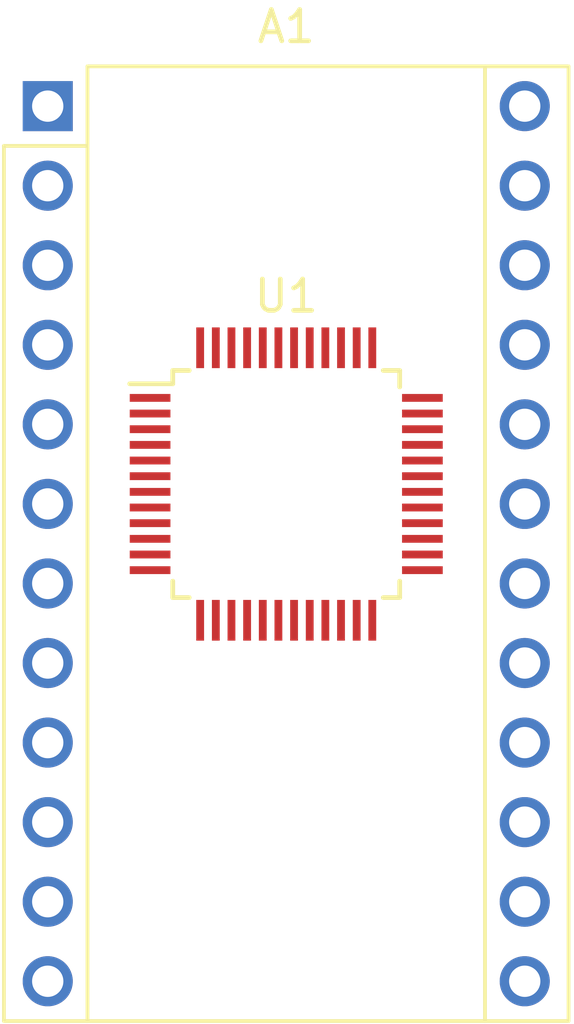
<source format=kicad_pcb>
(kicad_pcb (version 20171130) (host pcbnew 5.1.5)

  (general
    (thickness 1.6)
    (drawings 0)
    (tracks 0)
    (zones 0)
    (modules 2)
    (nets 3)
  )

  (page A4)
  (title_block
    (title ProMicro_SAMD)
    (rev wip)
  )

  (layers
    (0 F.Cu signal)
    (31 B.Cu signal)
    (32 B.Adhes user)
    (33 F.Adhes user)
    (34 B.Paste user)
    (35 F.Paste user)
    (36 B.SilkS user)
    (37 F.SilkS user)
    (38 B.Mask user)
    (39 F.Mask user)
    (40 Dwgs.User user)
    (41 Cmts.User user)
    (42 Eco1.User user)
    (43 Eco2.User user)
    (44 Edge.Cuts user)
    (45 Margin user)
    (46 B.CrtYd user)
    (47 F.CrtYd user)
    (48 B.Fab user)
    (49 F.Fab user)
  )

  (setup
    (last_trace_width 0.25)
    (trace_clearance 0.2)
    (zone_clearance 0.508)
    (zone_45_only no)
    (trace_min 0.2)
    (via_size 0.8)
    (via_drill 0.4)
    (via_min_size 0.4)
    (via_min_drill 0.3)
    (uvia_size 0.3)
    (uvia_drill 0.1)
    (uvias_allowed no)
    (uvia_min_size 0.2)
    (uvia_min_drill 0.1)
    (edge_width 0.05)
    (segment_width 0.2)
    (pcb_text_width 0.3)
    (pcb_text_size 1.5 1.5)
    (mod_edge_width 0.12)
    (mod_text_size 1 1)
    (mod_text_width 0.15)
    (pad_size 1.524 1.524)
    (pad_drill 0.762)
    (pad_to_mask_clearance 0.051)
    (solder_mask_min_width 0.25)
    (aux_axis_origin 114.3 82.55)
    (grid_origin 114.3 82.55)
    (visible_elements FFFFFF7F)
    (pcbplotparams
      (layerselection 0x010fc_ffffffff)
      (usegerberextensions false)
      (usegerberattributes false)
      (usegerberadvancedattributes false)
      (creategerberjobfile false)
      (excludeedgelayer true)
      (linewidth 0.100000)
      (plotframeref false)
      (viasonmask false)
      (mode 1)
      (useauxorigin false)
      (hpglpennumber 1)
      (hpglpenspeed 20)
      (hpglpendiameter 15.000000)
      (psnegative false)
      (psa4output false)
      (plotreference true)
      (plotvalue true)
      (plotinvisibletext false)
      (padsonsilk false)
      (subtractmaskfromsilk false)
      (outputformat 1)
      (mirror false)
      (drillshape 1)
      (scaleselection 1)
      (outputdirectory ""))
  )

  (net 0 "")
  (net 1 "Net-(U1-Pad18)")
  (net 2 "Net-(U1-Pad17)")

  (net_class Default "This is the default net class."
    (clearance 0.2)
    (trace_width 0.25)
    (via_dia 0.8)
    (via_drill 0.4)
    (uvia_dia 0.3)
    (uvia_drill 0.1)
    (add_net "Net-(U1-Pad17)")
    (add_net "Net-(U1-Pad18)")
  )

  (module Package_QFP:TQFP-48_7x7mm_P0.5mm (layer F.Cu) (tedit 5A02F146) (tstamp 5F4AF913)
    (at 121.92 94.615)
    (descr "48 LEAD TQFP 7x7mm (see MICREL TQFP7x7-48LD-PL-1.pdf)")
    (tags "QFP 0.5")
    (path /5F4AB7B4)
    (attr smd)
    (fp_text reference U1 (at 0 -6) (layer F.SilkS)
      (effects (font (size 1 1) (thickness 0.15)))
    )
    (fp_text value ATSAMD21G18A-AUT (at 0 6) (layer F.Fab)
      (effects (font (size 1 1) (thickness 0.15)))
    )
    (fp_line (start -3.625 -3.2) (end -5 -3.2) (layer F.SilkS) (width 0.15))
    (fp_line (start 3.625 -3.625) (end 3.1 -3.625) (layer F.SilkS) (width 0.15))
    (fp_line (start 3.625 3.625) (end 3.1 3.625) (layer F.SilkS) (width 0.15))
    (fp_line (start -3.625 3.625) (end -3.1 3.625) (layer F.SilkS) (width 0.15))
    (fp_line (start -3.625 -3.625) (end -3.1 -3.625) (layer F.SilkS) (width 0.15))
    (fp_line (start -3.625 3.625) (end -3.625 3.1) (layer F.SilkS) (width 0.15))
    (fp_line (start 3.625 3.625) (end 3.625 3.1) (layer F.SilkS) (width 0.15))
    (fp_line (start 3.625 -3.625) (end 3.625 -3.1) (layer F.SilkS) (width 0.15))
    (fp_line (start -3.625 -3.625) (end -3.625 -3.2) (layer F.SilkS) (width 0.15))
    (fp_line (start -5.25 5.25) (end 5.25 5.25) (layer F.CrtYd) (width 0.05))
    (fp_line (start -5.25 -5.25) (end 5.25 -5.25) (layer F.CrtYd) (width 0.05))
    (fp_line (start 5.25 -5.25) (end 5.25 5.25) (layer F.CrtYd) (width 0.05))
    (fp_line (start -5.25 -5.25) (end -5.25 5.25) (layer F.CrtYd) (width 0.05))
    (fp_line (start -3.5 -2.5) (end -2.5 -3.5) (layer F.Fab) (width 0.15))
    (fp_line (start -3.5 3.5) (end -3.5 -2.5) (layer F.Fab) (width 0.15))
    (fp_line (start 3.5 3.5) (end -3.5 3.5) (layer F.Fab) (width 0.15))
    (fp_line (start 3.5 -3.5) (end 3.5 3.5) (layer F.Fab) (width 0.15))
    (fp_line (start -2.5 -3.5) (end 3.5 -3.5) (layer F.Fab) (width 0.15))
    (fp_text user %R (at 0 0) (layer F.Fab)
      (effects (font (size 1 1) (thickness 0.15)))
    )
    (pad 48 smd rect (at -2.75 -4.35 90) (size 1.3 0.25) (layers F.Cu F.Paste F.Mask))
    (pad 47 smd rect (at -2.25 -4.35 90) (size 1.3 0.25) (layers F.Cu F.Paste F.Mask))
    (pad 46 smd rect (at -1.75 -4.35 90) (size 1.3 0.25) (layers F.Cu F.Paste F.Mask))
    (pad 45 smd rect (at -1.25 -4.35 90) (size 1.3 0.25) (layers F.Cu F.Paste F.Mask))
    (pad 44 smd rect (at -0.75 -4.35 90) (size 1.3 0.25) (layers F.Cu F.Paste F.Mask))
    (pad 43 smd rect (at -0.25 -4.35 90) (size 1.3 0.25) (layers F.Cu F.Paste F.Mask))
    (pad 42 smd rect (at 0.25 -4.35 90) (size 1.3 0.25) (layers F.Cu F.Paste F.Mask)
      (net 1 "Net-(U1-Pad18)"))
    (pad 41 smd rect (at 0.75 -4.35 90) (size 1.3 0.25) (layers F.Cu F.Paste F.Mask))
    (pad 40 smd rect (at 1.25 -4.35 90) (size 1.3 0.25) (layers F.Cu F.Paste F.Mask))
    (pad 39 smd rect (at 1.75 -4.35 90) (size 1.3 0.25) (layers F.Cu F.Paste F.Mask))
    (pad 38 smd rect (at 2.25 -4.35 90) (size 1.3 0.25) (layers F.Cu F.Paste F.Mask))
    (pad 37 smd rect (at 2.75 -4.35 90) (size 1.3 0.25) (layers F.Cu F.Paste F.Mask))
    (pad 36 smd rect (at 4.35 -2.75) (size 1.3 0.25) (layers F.Cu F.Paste F.Mask)
      (net 2 "Net-(U1-Pad17)"))
    (pad 35 smd rect (at 4.35 -2.25) (size 1.3 0.25) (layers F.Cu F.Paste F.Mask)
      (net 1 "Net-(U1-Pad18)"))
    (pad 34 smd rect (at 4.35 -1.75) (size 1.3 0.25) (layers F.Cu F.Paste F.Mask))
    (pad 33 smd rect (at 4.35 -1.25) (size 1.3 0.25) (layers F.Cu F.Paste F.Mask))
    (pad 32 smd rect (at 4.35 -0.75) (size 1.3 0.25) (layers F.Cu F.Paste F.Mask))
    (pad 31 smd rect (at 4.35 -0.25) (size 1.3 0.25) (layers F.Cu F.Paste F.Mask))
    (pad 30 smd rect (at 4.35 0.25) (size 1.3 0.25) (layers F.Cu F.Paste F.Mask))
    (pad 29 smd rect (at 4.35 0.75) (size 1.3 0.25) (layers F.Cu F.Paste F.Mask))
    (pad 28 smd rect (at 4.35 1.25) (size 1.3 0.25) (layers F.Cu F.Paste F.Mask))
    (pad 27 smd rect (at 4.35 1.75) (size 1.3 0.25) (layers F.Cu F.Paste F.Mask))
    (pad 26 smd rect (at 4.35 2.25) (size 1.3 0.25) (layers F.Cu F.Paste F.Mask))
    (pad 25 smd rect (at 4.35 2.75) (size 1.3 0.25) (layers F.Cu F.Paste F.Mask))
    (pad 24 smd rect (at 2.75 4.35 90) (size 1.3 0.25) (layers F.Cu F.Paste F.Mask))
    (pad 23 smd rect (at 2.25 4.35 90) (size 1.3 0.25) (layers F.Cu F.Paste F.Mask))
    (pad 22 smd rect (at 1.75 4.35 90) (size 1.3 0.25) (layers F.Cu F.Paste F.Mask))
    (pad 21 smd rect (at 1.25 4.35 90) (size 1.3 0.25) (layers F.Cu F.Paste F.Mask))
    (pad 20 smd rect (at 0.75 4.35 90) (size 1.3 0.25) (layers F.Cu F.Paste F.Mask))
    (pad 19 smd rect (at 0.25 4.35 90) (size 1.3 0.25) (layers F.Cu F.Paste F.Mask))
    (pad 18 smd rect (at -0.25 4.35 90) (size 1.3 0.25) (layers F.Cu F.Paste F.Mask)
      (net 1 "Net-(U1-Pad18)"))
    (pad 17 smd rect (at -0.75 4.35 90) (size 1.3 0.25) (layers F.Cu F.Paste F.Mask)
      (net 2 "Net-(U1-Pad17)"))
    (pad 16 smd rect (at -1.25 4.35 90) (size 1.3 0.25) (layers F.Cu F.Paste F.Mask))
    (pad 15 smd rect (at -1.75 4.35 90) (size 1.3 0.25) (layers F.Cu F.Paste F.Mask))
    (pad 14 smd rect (at -2.25 4.35 90) (size 1.3 0.25) (layers F.Cu F.Paste F.Mask))
    (pad 13 smd rect (at -2.75 4.35 90) (size 1.3 0.25) (layers F.Cu F.Paste F.Mask))
    (pad 12 smd rect (at -4.35 2.75) (size 1.3 0.25) (layers F.Cu F.Paste F.Mask))
    (pad 11 smd rect (at -4.35 2.25) (size 1.3 0.25) (layers F.Cu F.Paste F.Mask))
    (pad 10 smd rect (at -4.35 1.75) (size 1.3 0.25) (layers F.Cu F.Paste F.Mask))
    (pad 9 smd rect (at -4.35 1.25) (size 1.3 0.25) (layers F.Cu F.Paste F.Mask))
    (pad 8 smd rect (at -4.35 0.75) (size 1.3 0.25) (layers F.Cu F.Paste F.Mask))
    (pad 7 smd rect (at -4.35 0.25) (size 1.3 0.25) (layers F.Cu F.Paste F.Mask))
    (pad 6 smd rect (at -4.35 -0.25) (size 1.3 0.25) (layers F.Cu F.Paste F.Mask))
    (pad 5 smd rect (at -4.35 -0.75) (size 1.3 0.25) (layers F.Cu F.Paste F.Mask))
    (pad 4 smd rect (at -4.35 -1.25) (size 1.3 0.25) (layers F.Cu F.Paste F.Mask))
    (pad 3 smd rect (at -4.35 -1.75) (size 1.3 0.25) (layers F.Cu F.Paste F.Mask))
    (pad 2 smd rect (at -4.35 -2.25) (size 1.3 0.25) (layers F.Cu F.Paste F.Mask))
    (pad 1 smd rect (at -4.35 -2.75) (size 1.3 0.25) (layers F.Cu F.Paste F.Mask))
    (model ${KISYS3DMOD}/Package_QFP.3dshapes/TQFP-48_7x7mm_P0.5mm.wrl
      (at (xyz 0 0 0))
      (scale (xyz 1 1 1))
      (rotate (xyz 0 0 0))
    )
  )

  (module Module:Sparkfun_Pro_Micro (layer F.Cu) (tedit 5D5AC4F8) (tstamp 5F4AF8CC)
    (at 114.3 82.55)
    (descr "Sparkfun Pro Micro, https://www.sparkfun.com/products/12587")
    (tags "Sparkfun Pro Micro")
    (path /5F4B1628)
    (fp_text reference A1 (at 7.62 -2.54) (layer F.SilkS)
      (effects (font (size 1 1) (thickness 0.15)))
    )
    (fp_text value Sparkfun_Pro_Micro_3V3 (at 8.89 13.97 90) (layer F.Fab)
      (effects (font (size 1 1) (thickness 0.15)))
    )
    (fp_text user %R (at 6.096 13.97 90) (layer F.Fab)
      (effects (font (size 1 1) (thickness 0.15)))
    )
    (fp_line (start -1.4 1.27) (end -1.4 29.21) (layer F.SilkS) (width 0.12))
    (fp_line (start 13.97 -1.27) (end 13.97 29.21) (layer F.SilkS) (width 0.12))
    (fp_line (start 1.27 1.27) (end -1.4 1.27) (layer F.SilkS) (width 0.12))
    (fp_line (start 1.27 -1.27) (end 1.27 29.21) (layer F.SilkS) (width 0.12))
    (fp_line (start -1.4 29.21) (end 16.64 29.21) (layer F.SilkS) (width 0.12))
    (fp_line (start 16.64 29.21) (end 16.64 -1.27) (layer F.SilkS) (width 0.12))
    (fp_line (start 16.64 -1.27) (end 1.27 -1.27) (layer F.SilkS) (width 0.12))
    (fp_line (start 16.5 29.05) (end -1.27 29.05) (layer F.Fab) (width 0.1))
    (fp_line (start -1.27 29.05) (end -1.27 -0.6) (layer F.Fab) (width 0.1))
    (fp_line (start -0.8 -1.1) (end -1.27 -0.6) (layer F.Fab) (width 0.1))
    (fp_line (start -0.8 -1.1) (end 16.5 -1.1) (layer F.Fab) (width 0.1))
    (fp_line (start 16.5 -1.1) (end 16.5 29.05) (layer F.Fab) (width 0.1))
    (fp_line (start -1.5 -1.5) (end 16.8 -1.5) (layer F.CrtYd) (width 0.05))
    (fp_line (start -1.5 -1.5) (end -1.5 29.3) (layer F.CrtYd) (width 0.05))
    (fp_line (start 16.8 29.3) (end 16.8 -1.5) (layer F.CrtYd) (width 0.05))
    (fp_line (start 16.8 29.3) (end -1.5 29.3) (layer F.CrtYd) (width 0.05))
    (pad 24 thru_hole oval (at 15.24 0) (size 1.6 1.6) (drill 1) (layers *.Cu *.Mask))
    (pad 23 thru_hole oval (at 15.24 2.54) (size 1.6 1.6) (drill 1) (layers *.Cu *.Mask))
    (pad 22 thru_hole oval (at 15.24 5.08) (size 1.6 1.6) (drill 1) (layers *.Cu *.Mask))
    (pad 12 thru_hole oval (at 0 27.94) (size 1.6 1.6) (drill 1) (layers *.Cu *.Mask))
    (pad 21 thru_hole oval (at 15.24 7.62) (size 1.6 1.6) (drill 1) (layers *.Cu *.Mask))
    (pad 11 thru_hole oval (at 0 25.4) (size 1.6 1.6) (drill 1) (layers *.Cu *.Mask))
    (pad 20 thru_hole oval (at 15.24 10.16) (size 1.6 1.6) (drill 1) (layers *.Cu *.Mask))
    (pad 10 thru_hole oval (at 0 22.86) (size 1.6 1.6) (drill 1) (layers *.Cu *.Mask))
    (pad 19 thru_hole oval (at 15.24 12.7) (size 1.6 1.6) (drill 1) (layers *.Cu *.Mask))
    (pad 9 thru_hole oval (at 0 20.32) (size 1.6 1.6) (drill 1) (layers *.Cu *.Mask))
    (pad 18 thru_hole oval (at 15.24 15.24) (size 1.6 1.6) (drill 1) (layers *.Cu *.Mask))
    (pad 8 thru_hole oval (at 0 17.78) (size 1.6 1.6) (drill 1) (layers *.Cu *.Mask))
    (pad 17 thru_hole oval (at 15.24 17.78) (size 1.6 1.6) (drill 1) (layers *.Cu *.Mask))
    (pad 7 thru_hole oval (at 0 15.24) (size 1.6 1.6) (drill 1) (layers *.Cu *.Mask))
    (pad 16 thru_hole oval (at 15.24 20.32) (size 1.6 1.6) (drill 1) (layers *.Cu *.Mask))
    (pad 6 thru_hole oval (at 0 12.7) (size 1.6 1.6) (drill 1) (layers *.Cu *.Mask))
    (pad 15 thru_hole oval (at 15.24 22.86) (size 1.6 1.6) (drill 1) (layers *.Cu *.Mask))
    (pad 5 thru_hole oval (at 0 10.16) (size 1.6 1.6) (drill 1) (layers *.Cu *.Mask))
    (pad 14 thru_hole oval (at 15.24 25.4) (size 1.6 1.6) (drill 1) (layers *.Cu *.Mask))
    (pad 4 thru_hole oval (at 0 7.62) (size 1.6 1.6) (drill 1) (layers *.Cu *.Mask))
    (pad 13 thru_hole oval (at 15.24 27.94) (size 1.6 1.6) (drill 1) (layers *.Cu *.Mask))
    (pad 3 thru_hole oval (at 0 5.08) (size 1.6 1.6) (drill 1) (layers *.Cu *.Mask))
    (pad 2 thru_hole oval (at 0 2.54) (size 1.6 1.6) (drill 1) (layers *.Cu *.Mask))
    (pad 1 thru_hole rect (at 0 0) (size 1.6 1.6) (drill 1) (layers *.Cu *.Mask))
    (model ${KISYS3DMOD}/Module.3dshapes/Sparkfun_Pro_Micro.wrl
      (at (xyz 0 0 0))
      (scale (xyz 1 1 1))
      (rotate (xyz 0 0 0))
    )
  )

)

</source>
